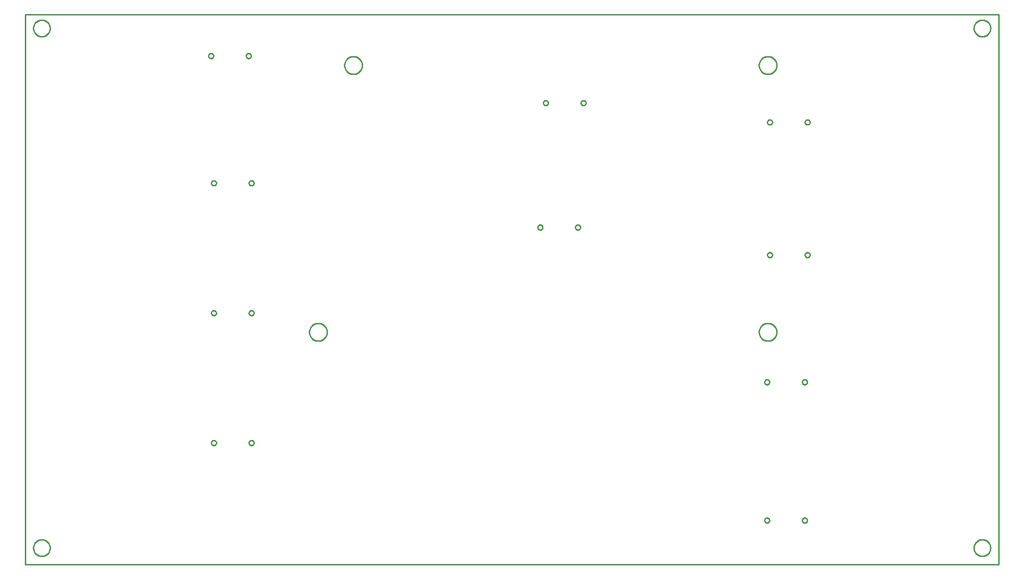
<source format=gbr>
G04 EAGLE Gerber RS-274X export*
G75*
%MOMM*%
%FSLAX34Y34*%
%LPD*%
%IN*%
%IPPOS*%
%AMOC8*
5,1,8,0,0,1.08239X$1,22.5*%
G01*
%ADD10C,0.254000*%


D10*
X0Y0D02*
X1760000Y0D01*
X1760000Y995000D01*
X0Y995000D01*
X0Y0D01*
X45000Y969464D02*
X44924Y968396D01*
X44771Y967335D01*
X44543Y966288D01*
X44241Y965260D01*
X43867Y964256D01*
X43422Y963281D01*
X42908Y962341D01*
X42329Y961440D01*
X41687Y960582D01*
X40985Y959772D01*
X40228Y959015D01*
X39418Y958313D01*
X38560Y957671D01*
X37659Y957092D01*
X36719Y956578D01*
X35744Y956133D01*
X34740Y955759D01*
X33712Y955457D01*
X32665Y955229D01*
X31604Y955076D01*
X30536Y955000D01*
X29464Y955000D01*
X28396Y955076D01*
X27335Y955229D01*
X26288Y955457D01*
X25260Y955759D01*
X24256Y956133D01*
X23281Y956578D01*
X22341Y957092D01*
X21440Y957671D01*
X20582Y958313D01*
X19772Y959015D01*
X19015Y959772D01*
X18313Y960582D01*
X17671Y961440D01*
X17092Y962341D01*
X16578Y963281D01*
X16133Y964256D01*
X15759Y965260D01*
X15457Y966288D01*
X15229Y967335D01*
X15076Y968396D01*
X15000Y969464D01*
X15000Y970536D01*
X15076Y971604D01*
X15229Y972665D01*
X15457Y973712D01*
X15759Y974740D01*
X16133Y975744D01*
X16578Y976719D01*
X17092Y977659D01*
X17671Y978560D01*
X18313Y979418D01*
X19015Y980228D01*
X19772Y980985D01*
X20582Y981687D01*
X21440Y982329D01*
X22341Y982908D01*
X23281Y983422D01*
X24256Y983867D01*
X25260Y984241D01*
X26288Y984543D01*
X27335Y984771D01*
X28396Y984924D01*
X29464Y985000D01*
X30536Y985000D01*
X31604Y984924D01*
X32665Y984771D01*
X33712Y984543D01*
X34740Y984241D01*
X35744Y983867D01*
X36719Y983422D01*
X37659Y982908D01*
X38560Y982329D01*
X39418Y981687D01*
X40228Y980985D01*
X40985Y980228D01*
X41687Y979418D01*
X42329Y978560D01*
X42908Y977659D01*
X43422Y976719D01*
X43867Y975744D01*
X44241Y974740D01*
X44543Y973712D01*
X44771Y972665D01*
X44924Y971604D01*
X45000Y970536D01*
X45000Y969464D01*
X45000Y29464D02*
X44924Y28396D01*
X44771Y27335D01*
X44543Y26288D01*
X44241Y25260D01*
X43867Y24256D01*
X43422Y23281D01*
X42908Y22341D01*
X42329Y21440D01*
X41687Y20582D01*
X40985Y19772D01*
X40228Y19015D01*
X39418Y18313D01*
X38560Y17671D01*
X37659Y17092D01*
X36719Y16578D01*
X35744Y16133D01*
X34740Y15759D01*
X33712Y15457D01*
X32665Y15229D01*
X31604Y15076D01*
X30536Y15000D01*
X29464Y15000D01*
X28396Y15076D01*
X27335Y15229D01*
X26288Y15457D01*
X25260Y15759D01*
X24256Y16133D01*
X23281Y16578D01*
X22341Y17092D01*
X21440Y17671D01*
X20582Y18313D01*
X19772Y19015D01*
X19015Y19772D01*
X18313Y20582D01*
X17671Y21440D01*
X17092Y22341D01*
X16578Y23281D01*
X16133Y24256D01*
X15759Y25260D01*
X15457Y26288D01*
X15229Y27335D01*
X15076Y28396D01*
X15000Y29464D01*
X15000Y30536D01*
X15076Y31604D01*
X15229Y32665D01*
X15457Y33712D01*
X15759Y34740D01*
X16133Y35744D01*
X16578Y36719D01*
X17092Y37659D01*
X17671Y38560D01*
X18313Y39418D01*
X19015Y40228D01*
X19772Y40985D01*
X20582Y41687D01*
X21440Y42329D01*
X22341Y42908D01*
X23281Y43422D01*
X24256Y43867D01*
X25260Y44241D01*
X26288Y44543D01*
X27335Y44771D01*
X28396Y44924D01*
X29464Y45000D01*
X30536Y45000D01*
X31604Y44924D01*
X32665Y44771D01*
X33712Y44543D01*
X34740Y44241D01*
X35744Y43867D01*
X36719Y43422D01*
X37659Y42908D01*
X38560Y42329D01*
X39418Y41687D01*
X40228Y40985D01*
X40985Y40228D01*
X41687Y39418D01*
X42329Y38560D01*
X42908Y37659D01*
X43422Y36719D01*
X43867Y35744D01*
X44241Y34740D01*
X44543Y33712D01*
X44771Y32665D01*
X44924Y31604D01*
X45000Y30536D01*
X45000Y29464D01*
X1745000Y29464D02*
X1744924Y28396D01*
X1744771Y27335D01*
X1744543Y26288D01*
X1744241Y25260D01*
X1743867Y24256D01*
X1743422Y23281D01*
X1742908Y22341D01*
X1742329Y21440D01*
X1741687Y20582D01*
X1740985Y19772D01*
X1740228Y19015D01*
X1739418Y18313D01*
X1738560Y17671D01*
X1737659Y17092D01*
X1736719Y16578D01*
X1735744Y16133D01*
X1734740Y15759D01*
X1733712Y15457D01*
X1732665Y15229D01*
X1731604Y15076D01*
X1730536Y15000D01*
X1729464Y15000D01*
X1728396Y15076D01*
X1727335Y15229D01*
X1726288Y15457D01*
X1725260Y15759D01*
X1724256Y16133D01*
X1723281Y16578D01*
X1722341Y17092D01*
X1721440Y17671D01*
X1720582Y18313D01*
X1719772Y19015D01*
X1719015Y19772D01*
X1718313Y20582D01*
X1717671Y21440D01*
X1717092Y22341D01*
X1716578Y23281D01*
X1716133Y24256D01*
X1715759Y25260D01*
X1715457Y26288D01*
X1715229Y27335D01*
X1715076Y28396D01*
X1715000Y29464D01*
X1715000Y30536D01*
X1715076Y31604D01*
X1715229Y32665D01*
X1715457Y33712D01*
X1715759Y34740D01*
X1716133Y35744D01*
X1716578Y36719D01*
X1717092Y37659D01*
X1717671Y38560D01*
X1718313Y39418D01*
X1719015Y40228D01*
X1719772Y40985D01*
X1720582Y41687D01*
X1721440Y42329D01*
X1722341Y42908D01*
X1723281Y43422D01*
X1724256Y43867D01*
X1725260Y44241D01*
X1726288Y44543D01*
X1727335Y44771D01*
X1728396Y44924D01*
X1729464Y45000D01*
X1730536Y45000D01*
X1731604Y44924D01*
X1732665Y44771D01*
X1733712Y44543D01*
X1734740Y44241D01*
X1735744Y43867D01*
X1736719Y43422D01*
X1737659Y42908D01*
X1738560Y42329D01*
X1739418Y41687D01*
X1740228Y40985D01*
X1740985Y40228D01*
X1741687Y39418D01*
X1742329Y38560D01*
X1742908Y37659D01*
X1743422Y36719D01*
X1743867Y35744D01*
X1744241Y34740D01*
X1744543Y33712D01*
X1744771Y32665D01*
X1744924Y31604D01*
X1745000Y30536D01*
X1745000Y29464D01*
X1745000Y969464D02*
X1744924Y968396D01*
X1744771Y967335D01*
X1744543Y966288D01*
X1744241Y965260D01*
X1743867Y964256D01*
X1743422Y963281D01*
X1742908Y962341D01*
X1742329Y961440D01*
X1741687Y960582D01*
X1740985Y959772D01*
X1740228Y959015D01*
X1739418Y958313D01*
X1738560Y957671D01*
X1737659Y957092D01*
X1736719Y956578D01*
X1735744Y956133D01*
X1734740Y955759D01*
X1733712Y955457D01*
X1732665Y955229D01*
X1731604Y955076D01*
X1730536Y955000D01*
X1729464Y955000D01*
X1728396Y955076D01*
X1727335Y955229D01*
X1726288Y955457D01*
X1725260Y955759D01*
X1724256Y956133D01*
X1723281Y956578D01*
X1722341Y957092D01*
X1721440Y957671D01*
X1720582Y958313D01*
X1719772Y959015D01*
X1719015Y959772D01*
X1718313Y960582D01*
X1717671Y961440D01*
X1717092Y962341D01*
X1716578Y963281D01*
X1716133Y964256D01*
X1715759Y965260D01*
X1715457Y966288D01*
X1715229Y967335D01*
X1715076Y968396D01*
X1715000Y969464D01*
X1715000Y970536D01*
X1715076Y971604D01*
X1715229Y972665D01*
X1715457Y973712D01*
X1715759Y974740D01*
X1716133Y975744D01*
X1716578Y976719D01*
X1717092Y977659D01*
X1717671Y978560D01*
X1718313Y979418D01*
X1719015Y980228D01*
X1719772Y980985D01*
X1720582Y981687D01*
X1721440Y982329D01*
X1722341Y982908D01*
X1723281Y983422D01*
X1724256Y983867D01*
X1725260Y984241D01*
X1726288Y984543D01*
X1727335Y984771D01*
X1728396Y984924D01*
X1729464Y985000D01*
X1730536Y985000D01*
X1731604Y984924D01*
X1732665Y984771D01*
X1733712Y984543D01*
X1734740Y984241D01*
X1735744Y983867D01*
X1736719Y983422D01*
X1737659Y982908D01*
X1738560Y982329D01*
X1739418Y981687D01*
X1740228Y980985D01*
X1740985Y980228D01*
X1741687Y979418D01*
X1742329Y978560D01*
X1742908Y977659D01*
X1743422Y976719D01*
X1743867Y975744D01*
X1744241Y974740D01*
X1744543Y973712D01*
X1744771Y972665D01*
X1744924Y971604D01*
X1745000Y970536D01*
X1745000Y969464D01*
X399500Y920295D02*
X399577Y920880D01*
X399730Y921450D01*
X399955Y921995D01*
X400250Y922505D01*
X400609Y922973D01*
X401027Y923391D01*
X401495Y923750D01*
X402005Y924045D01*
X402550Y924270D01*
X403120Y924423D01*
X403705Y924500D01*
X404295Y924500D01*
X404880Y924423D01*
X405450Y924270D01*
X405995Y924045D01*
X406505Y923750D01*
X406973Y923391D01*
X407391Y922973D01*
X407750Y922505D01*
X408045Y921995D01*
X408270Y921450D01*
X408423Y920880D01*
X408500Y920295D01*
X408500Y919705D01*
X408423Y919120D01*
X408270Y918550D01*
X408045Y918005D01*
X407750Y917495D01*
X407391Y917027D01*
X406973Y916609D01*
X406505Y916250D01*
X405995Y915955D01*
X405450Y915730D01*
X404880Y915577D01*
X404295Y915500D01*
X403705Y915500D01*
X403120Y915577D01*
X402550Y915730D01*
X402005Y915955D01*
X401495Y916250D01*
X401027Y916609D01*
X400609Y917027D01*
X400250Y917495D01*
X399955Y918005D01*
X399730Y918550D01*
X399577Y919120D01*
X399500Y919705D01*
X399500Y920295D01*
X331500Y920295D02*
X331577Y920880D01*
X331730Y921450D01*
X331955Y921995D01*
X332250Y922505D01*
X332609Y922973D01*
X333027Y923391D01*
X333495Y923750D01*
X334005Y924045D01*
X334550Y924270D01*
X335120Y924423D01*
X335705Y924500D01*
X336295Y924500D01*
X336880Y924423D01*
X337450Y924270D01*
X337995Y924045D01*
X338505Y923750D01*
X338973Y923391D01*
X339391Y922973D01*
X339750Y922505D01*
X340045Y921995D01*
X340270Y921450D01*
X340423Y920880D01*
X340500Y920295D01*
X340500Y919705D01*
X340423Y919120D01*
X340270Y918550D01*
X340045Y918005D01*
X339750Y917495D01*
X339391Y917027D01*
X338973Y916609D01*
X338505Y916250D01*
X337995Y915955D01*
X337450Y915730D01*
X336880Y915577D01*
X336295Y915500D01*
X335705Y915500D01*
X335120Y915577D01*
X334550Y915730D01*
X334005Y915955D01*
X333495Y916250D01*
X333027Y916609D01*
X332609Y917027D01*
X332250Y917495D01*
X331955Y918005D01*
X331730Y918550D01*
X331577Y919120D01*
X331500Y919705D01*
X331500Y920295D01*
X404500Y690295D02*
X404577Y690880D01*
X404730Y691450D01*
X404955Y691995D01*
X405250Y692505D01*
X405609Y692973D01*
X406027Y693391D01*
X406495Y693750D01*
X407005Y694045D01*
X407550Y694270D01*
X408120Y694423D01*
X408705Y694500D01*
X409295Y694500D01*
X409880Y694423D01*
X410450Y694270D01*
X410995Y694045D01*
X411505Y693750D01*
X411973Y693391D01*
X412391Y692973D01*
X412750Y692505D01*
X413045Y691995D01*
X413270Y691450D01*
X413423Y690880D01*
X413500Y690295D01*
X413500Y689705D01*
X413423Y689120D01*
X413270Y688550D01*
X413045Y688005D01*
X412750Y687495D01*
X412391Y687027D01*
X411973Y686609D01*
X411505Y686250D01*
X410995Y685955D01*
X410450Y685730D01*
X409880Y685577D01*
X409295Y685500D01*
X408705Y685500D01*
X408120Y685577D01*
X407550Y685730D01*
X407005Y685955D01*
X406495Y686250D01*
X406027Y686609D01*
X405609Y687027D01*
X405250Y687495D01*
X404955Y688005D01*
X404730Y688550D01*
X404577Y689120D01*
X404500Y689705D01*
X404500Y690295D01*
X336500Y690295D02*
X336577Y690880D01*
X336730Y691450D01*
X336955Y691995D01*
X337250Y692505D01*
X337609Y692973D01*
X338027Y693391D01*
X338495Y693750D01*
X339005Y694045D01*
X339550Y694270D01*
X340120Y694423D01*
X340705Y694500D01*
X341295Y694500D01*
X341880Y694423D01*
X342450Y694270D01*
X342995Y694045D01*
X343505Y693750D01*
X343973Y693391D01*
X344391Y692973D01*
X344750Y692505D01*
X345045Y691995D01*
X345270Y691450D01*
X345423Y690880D01*
X345500Y690295D01*
X345500Y689705D01*
X345423Y689120D01*
X345270Y688550D01*
X345045Y688005D01*
X344750Y687495D01*
X344391Y687027D01*
X343973Y686609D01*
X343505Y686250D01*
X342995Y685955D01*
X342450Y685730D01*
X341880Y685577D01*
X341295Y685500D01*
X340705Y685500D01*
X340120Y685577D01*
X339550Y685730D01*
X339005Y685955D01*
X338495Y686250D01*
X338027Y686609D01*
X337609Y687027D01*
X337250Y687495D01*
X336955Y688005D01*
X336730Y688550D01*
X336577Y689120D01*
X336500Y689705D01*
X336500Y690295D01*
X404500Y455295D02*
X404577Y455880D01*
X404730Y456450D01*
X404955Y456995D01*
X405250Y457505D01*
X405609Y457973D01*
X406027Y458391D01*
X406495Y458750D01*
X407005Y459045D01*
X407550Y459270D01*
X408120Y459423D01*
X408705Y459500D01*
X409295Y459500D01*
X409880Y459423D01*
X410450Y459270D01*
X410995Y459045D01*
X411505Y458750D01*
X411973Y458391D01*
X412391Y457973D01*
X412750Y457505D01*
X413045Y456995D01*
X413270Y456450D01*
X413423Y455880D01*
X413500Y455295D01*
X413500Y454705D01*
X413423Y454120D01*
X413270Y453550D01*
X413045Y453005D01*
X412750Y452495D01*
X412391Y452027D01*
X411973Y451609D01*
X411505Y451250D01*
X410995Y450955D01*
X410450Y450730D01*
X409880Y450577D01*
X409295Y450500D01*
X408705Y450500D01*
X408120Y450577D01*
X407550Y450730D01*
X407005Y450955D01*
X406495Y451250D01*
X406027Y451609D01*
X405609Y452027D01*
X405250Y452495D01*
X404955Y453005D01*
X404730Y453550D01*
X404577Y454120D01*
X404500Y454705D01*
X404500Y455295D01*
X336500Y455295D02*
X336577Y455880D01*
X336730Y456450D01*
X336955Y456995D01*
X337250Y457505D01*
X337609Y457973D01*
X338027Y458391D01*
X338495Y458750D01*
X339005Y459045D01*
X339550Y459270D01*
X340120Y459423D01*
X340705Y459500D01*
X341295Y459500D01*
X341880Y459423D01*
X342450Y459270D01*
X342995Y459045D01*
X343505Y458750D01*
X343973Y458391D01*
X344391Y457973D01*
X344750Y457505D01*
X345045Y456995D01*
X345270Y456450D01*
X345423Y455880D01*
X345500Y455295D01*
X345500Y454705D01*
X345423Y454120D01*
X345270Y453550D01*
X345045Y453005D01*
X344750Y452495D01*
X344391Y452027D01*
X343973Y451609D01*
X343505Y451250D01*
X342995Y450955D01*
X342450Y450730D01*
X341880Y450577D01*
X341295Y450500D01*
X340705Y450500D01*
X340120Y450577D01*
X339550Y450730D01*
X339005Y450955D01*
X338495Y451250D01*
X338027Y451609D01*
X337609Y452027D01*
X337250Y452495D01*
X336955Y453005D01*
X336730Y453550D01*
X336577Y454120D01*
X336500Y454705D01*
X336500Y455295D01*
X404500Y220295D02*
X404577Y220880D01*
X404730Y221450D01*
X404955Y221995D01*
X405250Y222505D01*
X405609Y222973D01*
X406027Y223391D01*
X406495Y223750D01*
X407005Y224045D01*
X407550Y224270D01*
X408120Y224423D01*
X408705Y224500D01*
X409295Y224500D01*
X409880Y224423D01*
X410450Y224270D01*
X410995Y224045D01*
X411505Y223750D01*
X411973Y223391D01*
X412391Y222973D01*
X412750Y222505D01*
X413045Y221995D01*
X413270Y221450D01*
X413423Y220880D01*
X413500Y220295D01*
X413500Y219705D01*
X413423Y219120D01*
X413270Y218550D01*
X413045Y218005D01*
X412750Y217495D01*
X412391Y217027D01*
X411973Y216609D01*
X411505Y216250D01*
X410995Y215955D01*
X410450Y215730D01*
X409880Y215577D01*
X409295Y215500D01*
X408705Y215500D01*
X408120Y215577D01*
X407550Y215730D01*
X407005Y215955D01*
X406495Y216250D01*
X406027Y216609D01*
X405609Y217027D01*
X405250Y217495D01*
X404955Y218005D01*
X404730Y218550D01*
X404577Y219120D01*
X404500Y219705D01*
X404500Y220295D01*
X336500Y220295D02*
X336577Y220880D01*
X336730Y221450D01*
X336955Y221995D01*
X337250Y222505D01*
X337609Y222973D01*
X338027Y223391D01*
X338495Y223750D01*
X339005Y224045D01*
X339550Y224270D01*
X340120Y224423D01*
X340705Y224500D01*
X341295Y224500D01*
X341880Y224423D01*
X342450Y224270D01*
X342995Y224045D01*
X343505Y223750D01*
X343973Y223391D01*
X344391Y222973D01*
X344750Y222505D01*
X345045Y221995D01*
X345270Y221450D01*
X345423Y220880D01*
X345500Y220295D01*
X345500Y219705D01*
X345423Y219120D01*
X345270Y218550D01*
X345045Y218005D01*
X344750Y217495D01*
X344391Y217027D01*
X343973Y216609D01*
X343505Y216250D01*
X342995Y215955D01*
X342450Y215730D01*
X341880Y215577D01*
X341295Y215500D01*
X340705Y215500D01*
X340120Y215577D01*
X339550Y215730D01*
X339005Y215955D01*
X338495Y216250D01*
X338027Y216609D01*
X337609Y217027D01*
X337250Y217495D01*
X336955Y218005D01*
X336730Y218550D01*
X336577Y219120D01*
X336500Y219705D01*
X336500Y220295D01*
X994500Y610295D02*
X994577Y610880D01*
X994730Y611450D01*
X994955Y611995D01*
X995250Y612505D01*
X995609Y612973D01*
X996027Y613391D01*
X996495Y613750D01*
X997005Y614045D01*
X997550Y614270D01*
X998120Y614423D01*
X998705Y614500D01*
X999295Y614500D01*
X999880Y614423D01*
X1000450Y614270D01*
X1000995Y614045D01*
X1001505Y613750D01*
X1001973Y613391D01*
X1002391Y612973D01*
X1002750Y612505D01*
X1003045Y611995D01*
X1003270Y611450D01*
X1003423Y610880D01*
X1003500Y610295D01*
X1003500Y609705D01*
X1003423Y609120D01*
X1003270Y608550D01*
X1003045Y608005D01*
X1002750Y607495D01*
X1002391Y607027D01*
X1001973Y606609D01*
X1001505Y606250D01*
X1000995Y605955D01*
X1000450Y605730D01*
X999880Y605577D01*
X999295Y605500D01*
X998705Y605500D01*
X998120Y605577D01*
X997550Y605730D01*
X997005Y605955D01*
X996495Y606250D01*
X996027Y606609D01*
X995609Y607027D01*
X995250Y607495D01*
X994955Y608005D01*
X994730Y608550D01*
X994577Y609120D01*
X994500Y609705D01*
X994500Y610295D01*
X926500Y610295D02*
X926577Y610880D01*
X926730Y611450D01*
X926955Y611995D01*
X927250Y612505D01*
X927609Y612973D01*
X928027Y613391D01*
X928495Y613750D01*
X929005Y614045D01*
X929550Y614270D01*
X930120Y614423D01*
X930705Y614500D01*
X931295Y614500D01*
X931880Y614423D01*
X932450Y614270D01*
X932995Y614045D01*
X933505Y613750D01*
X933973Y613391D01*
X934391Y612973D01*
X934750Y612505D01*
X935045Y611995D01*
X935270Y611450D01*
X935423Y610880D01*
X935500Y610295D01*
X935500Y609705D01*
X935423Y609120D01*
X935270Y608550D01*
X935045Y608005D01*
X934750Y607495D01*
X934391Y607027D01*
X933973Y606609D01*
X933505Y606250D01*
X932995Y605955D01*
X932450Y605730D01*
X931880Y605577D01*
X931295Y605500D01*
X930705Y605500D01*
X930120Y605577D01*
X929550Y605730D01*
X929005Y605955D01*
X928495Y606250D01*
X928027Y606609D01*
X927609Y607027D01*
X927250Y607495D01*
X926955Y608005D01*
X926730Y608550D01*
X926577Y609120D01*
X926500Y609705D01*
X926500Y610295D01*
X1004500Y835295D02*
X1004577Y835880D01*
X1004730Y836450D01*
X1004955Y836995D01*
X1005250Y837505D01*
X1005609Y837973D01*
X1006027Y838391D01*
X1006495Y838750D01*
X1007005Y839045D01*
X1007550Y839270D01*
X1008120Y839423D01*
X1008705Y839500D01*
X1009295Y839500D01*
X1009880Y839423D01*
X1010450Y839270D01*
X1010995Y839045D01*
X1011505Y838750D01*
X1011973Y838391D01*
X1012391Y837973D01*
X1012750Y837505D01*
X1013045Y836995D01*
X1013270Y836450D01*
X1013423Y835880D01*
X1013500Y835295D01*
X1013500Y834705D01*
X1013423Y834120D01*
X1013270Y833550D01*
X1013045Y833005D01*
X1012750Y832495D01*
X1012391Y832027D01*
X1011973Y831609D01*
X1011505Y831250D01*
X1010995Y830955D01*
X1010450Y830730D01*
X1009880Y830577D01*
X1009295Y830500D01*
X1008705Y830500D01*
X1008120Y830577D01*
X1007550Y830730D01*
X1007005Y830955D01*
X1006495Y831250D01*
X1006027Y831609D01*
X1005609Y832027D01*
X1005250Y832495D01*
X1004955Y833005D01*
X1004730Y833550D01*
X1004577Y834120D01*
X1004500Y834705D01*
X1004500Y835295D01*
X936500Y835295D02*
X936577Y835880D01*
X936730Y836450D01*
X936955Y836995D01*
X937250Y837505D01*
X937609Y837973D01*
X938027Y838391D01*
X938495Y838750D01*
X939005Y839045D01*
X939550Y839270D01*
X940120Y839423D01*
X940705Y839500D01*
X941295Y839500D01*
X941880Y839423D01*
X942450Y839270D01*
X942995Y839045D01*
X943505Y838750D01*
X943973Y838391D01*
X944391Y837973D01*
X944750Y837505D01*
X945045Y836995D01*
X945270Y836450D01*
X945423Y835880D01*
X945500Y835295D01*
X945500Y834705D01*
X945423Y834120D01*
X945270Y833550D01*
X945045Y833005D01*
X944750Y832495D01*
X944391Y832027D01*
X943973Y831609D01*
X943505Y831250D01*
X942995Y830955D01*
X942450Y830730D01*
X941880Y830577D01*
X941295Y830500D01*
X940705Y830500D01*
X940120Y830577D01*
X939550Y830730D01*
X939005Y830955D01*
X938495Y831250D01*
X938027Y831609D01*
X937609Y832027D01*
X937250Y832495D01*
X936955Y833005D01*
X936730Y833550D01*
X936577Y834120D01*
X936500Y834705D01*
X936500Y835295D01*
X1350500Y799705D02*
X1350423Y799120D01*
X1350270Y798550D01*
X1350045Y798005D01*
X1349750Y797495D01*
X1349391Y797027D01*
X1348973Y796609D01*
X1348505Y796250D01*
X1347995Y795955D01*
X1347450Y795730D01*
X1346880Y795577D01*
X1346295Y795500D01*
X1345705Y795500D01*
X1345120Y795577D01*
X1344550Y795730D01*
X1344005Y795955D01*
X1343495Y796250D01*
X1343027Y796609D01*
X1342609Y797027D01*
X1342250Y797495D01*
X1341955Y798005D01*
X1341730Y798550D01*
X1341577Y799120D01*
X1341500Y799705D01*
X1341500Y800295D01*
X1341577Y800880D01*
X1341730Y801450D01*
X1341955Y801995D01*
X1342250Y802505D01*
X1342609Y802973D01*
X1343027Y803391D01*
X1343495Y803750D01*
X1344005Y804045D01*
X1344550Y804270D01*
X1345120Y804423D01*
X1345705Y804500D01*
X1346295Y804500D01*
X1346880Y804423D01*
X1347450Y804270D01*
X1347995Y804045D01*
X1348505Y803750D01*
X1348973Y803391D01*
X1349391Y802973D01*
X1349750Y802505D01*
X1350045Y801995D01*
X1350270Y801450D01*
X1350423Y800880D01*
X1350500Y800295D01*
X1350500Y799705D01*
X1418500Y799705D02*
X1418423Y799120D01*
X1418270Y798550D01*
X1418045Y798005D01*
X1417750Y797495D01*
X1417391Y797027D01*
X1416973Y796609D01*
X1416505Y796250D01*
X1415995Y795955D01*
X1415450Y795730D01*
X1414880Y795577D01*
X1414295Y795500D01*
X1413705Y795500D01*
X1413120Y795577D01*
X1412550Y795730D01*
X1412005Y795955D01*
X1411495Y796250D01*
X1411027Y796609D01*
X1410609Y797027D01*
X1410250Y797495D01*
X1409955Y798005D01*
X1409730Y798550D01*
X1409577Y799120D01*
X1409500Y799705D01*
X1409500Y800295D01*
X1409577Y800880D01*
X1409730Y801450D01*
X1409955Y801995D01*
X1410250Y802505D01*
X1410609Y802973D01*
X1411027Y803391D01*
X1411495Y803750D01*
X1412005Y804045D01*
X1412550Y804270D01*
X1413120Y804423D01*
X1413705Y804500D01*
X1414295Y804500D01*
X1414880Y804423D01*
X1415450Y804270D01*
X1415995Y804045D01*
X1416505Y803750D01*
X1416973Y803391D01*
X1417391Y802973D01*
X1417750Y802505D01*
X1418045Y801995D01*
X1418270Y801450D01*
X1418423Y800880D01*
X1418500Y800295D01*
X1418500Y799705D01*
X1350500Y559705D02*
X1350423Y559120D01*
X1350270Y558550D01*
X1350045Y558005D01*
X1349750Y557495D01*
X1349391Y557027D01*
X1348973Y556609D01*
X1348505Y556250D01*
X1347995Y555955D01*
X1347450Y555730D01*
X1346880Y555577D01*
X1346295Y555500D01*
X1345705Y555500D01*
X1345120Y555577D01*
X1344550Y555730D01*
X1344005Y555955D01*
X1343495Y556250D01*
X1343027Y556609D01*
X1342609Y557027D01*
X1342250Y557495D01*
X1341955Y558005D01*
X1341730Y558550D01*
X1341577Y559120D01*
X1341500Y559705D01*
X1341500Y560295D01*
X1341577Y560880D01*
X1341730Y561450D01*
X1341955Y561995D01*
X1342250Y562505D01*
X1342609Y562973D01*
X1343027Y563391D01*
X1343495Y563750D01*
X1344005Y564045D01*
X1344550Y564270D01*
X1345120Y564423D01*
X1345705Y564500D01*
X1346295Y564500D01*
X1346880Y564423D01*
X1347450Y564270D01*
X1347995Y564045D01*
X1348505Y563750D01*
X1348973Y563391D01*
X1349391Y562973D01*
X1349750Y562505D01*
X1350045Y561995D01*
X1350270Y561450D01*
X1350423Y560880D01*
X1350500Y560295D01*
X1350500Y559705D01*
X1418500Y559705D02*
X1418423Y559120D01*
X1418270Y558550D01*
X1418045Y558005D01*
X1417750Y557495D01*
X1417391Y557027D01*
X1416973Y556609D01*
X1416505Y556250D01*
X1415995Y555955D01*
X1415450Y555730D01*
X1414880Y555577D01*
X1414295Y555500D01*
X1413705Y555500D01*
X1413120Y555577D01*
X1412550Y555730D01*
X1412005Y555955D01*
X1411495Y556250D01*
X1411027Y556609D01*
X1410609Y557027D01*
X1410250Y557495D01*
X1409955Y558005D01*
X1409730Y558550D01*
X1409577Y559120D01*
X1409500Y559705D01*
X1409500Y560295D01*
X1409577Y560880D01*
X1409730Y561450D01*
X1409955Y561995D01*
X1410250Y562505D01*
X1410609Y562973D01*
X1411027Y563391D01*
X1411495Y563750D01*
X1412005Y564045D01*
X1412550Y564270D01*
X1413120Y564423D01*
X1413705Y564500D01*
X1414295Y564500D01*
X1414880Y564423D01*
X1415450Y564270D01*
X1415995Y564045D01*
X1416505Y563750D01*
X1416973Y563391D01*
X1417391Y562973D01*
X1417750Y562505D01*
X1418045Y561995D01*
X1418270Y561450D01*
X1418423Y560880D01*
X1418500Y560295D01*
X1418500Y559705D01*
X1345500Y329705D02*
X1345423Y329120D01*
X1345270Y328550D01*
X1345045Y328005D01*
X1344750Y327495D01*
X1344391Y327027D01*
X1343973Y326609D01*
X1343505Y326250D01*
X1342995Y325955D01*
X1342450Y325730D01*
X1341880Y325577D01*
X1341295Y325500D01*
X1340705Y325500D01*
X1340120Y325577D01*
X1339550Y325730D01*
X1339005Y325955D01*
X1338495Y326250D01*
X1338027Y326609D01*
X1337609Y327027D01*
X1337250Y327495D01*
X1336955Y328005D01*
X1336730Y328550D01*
X1336577Y329120D01*
X1336500Y329705D01*
X1336500Y330295D01*
X1336577Y330880D01*
X1336730Y331450D01*
X1336955Y331995D01*
X1337250Y332505D01*
X1337609Y332973D01*
X1338027Y333391D01*
X1338495Y333750D01*
X1339005Y334045D01*
X1339550Y334270D01*
X1340120Y334423D01*
X1340705Y334500D01*
X1341295Y334500D01*
X1341880Y334423D01*
X1342450Y334270D01*
X1342995Y334045D01*
X1343505Y333750D01*
X1343973Y333391D01*
X1344391Y332973D01*
X1344750Y332505D01*
X1345045Y331995D01*
X1345270Y331450D01*
X1345423Y330880D01*
X1345500Y330295D01*
X1345500Y329705D01*
X1413500Y329705D02*
X1413423Y329120D01*
X1413270Y328550D01*
X1413045Y328005D01*
X1412750Y327495D01*
X1412391Y327027D01*
X1411973Y326609D01*
X1411505Y326250D01*
X1410995Y325955D01*
X1410450Y325730D01*
X1409880Y325577D01*
X1409295Y325500D01*
X1408705Y325500D01*
X1408120Y325577D01*
X1407550Y325730D01*
X1407005Y325955D01*
X1406495Y326250D01*
X1406027Y326609D01*
X1405609Y327027D01*
X1405250Y327495D01*
X1404955Y328005D01*
X1404730Y328550D01*
X1404577Y329120D01*
X1404500Y329705D01*
X1404500Y330295D01*
X1404577Y330880D01*
X1404730Y331450D01*
X1404955Y331995D01*
X1405250Y332505D01*
X1405609Y332973D01*
X1406027Y333391D01*
X1406495Y333750D01*
X1407005Y334045D01*
X1407550Y334270D01*
X1408120Y334423D01*
X1408705Y334500D01*
X1409295Y334500D01*
X1409880Y334423D01*
X1410450Y334270D01*
X1410995Y334045D01*
X1411505Y333750D01*
X1411973Y333391D01*
X1412391Y332973D01*
X1412750Y332505D01*
X1413045Y331995D01*
X1413270Y331450D01*
X1413423Y330880D01*
X1413500Y330295D01*
X1413500Y329705D01*
X1345500Y79705D02*
X1345423Y79120D01*
X1345270Y78550D01*
X1345045Y78005D01*
X1344750Y77495D01*
X1344391Y77027D01*
X1343973Y76609D01*
X1343505Y76250D01*
X1342995Y75955D01*
X1342450Y75730D01*
X1341880Y75577D01*
X1341295Y75500D01*
X1340705Y75500D01*
X1340120Y75577D01*
X1339550Y75730D01*
X1339005Y75955D01*
X1338495Y76250D01*
X1338027Y76609D01*
X1337609Y77027D01*
X1337250Y77495D01*
X1336955Y78005D01*
X1336730Y78550D01*
X1336577Y79120D01*
X1336500Y79705D01*
X1336500Y80295D01*
X1336577Y80880D01*
X1336730Y81450D01*
X1336955Y81995D01*
X1337250Y82505D01*
X1337609Y82973D01*
X1338027Y83391D01*
X1338495Y83750D01*
X1339005Y84045D01*
X1339550Y84270D01*
X1340120Y84423D01*
X1340705Y84500D01*
X1341295Y84500D01*
X1341880Y84423D01*
X1342450Y84270D01*
X1342995Y84045D01*
X1343505Y83750D01*
X1343973Y83391D01*
X1344391Y82973D01*
X1344750Y82505D01*
X1345045Y81995D01*
X1345270Y81450D01*
X1345423Y80880D01*
X1345500Y80295D01*
X1345500Y79705D01*
X1413500Y79705D02*
X1413423Y79120D01*
X1413270Y78550D01*
X1413045Y78005D01*
X1412750Y77495D01*
X1412391Y77027D01*
X1411973Y76609D01*
X1411505Y76250D01*
X1410995Y75955D01*
X1410450Y75730D01*
X1409880Y75577D01*
X1409295Y75500D01*
X1408705Y75500D01*
X1408120Y75577D01*
X1407550Y75730D01*
X1407005Y75955D01*
X1406495Y76250D01*
X1406027Y76609D01*
X1405609Y77027D01*
X1405250Y77495D01*
X1404955Y78005D01*
X1404730Y78550D01*
X1404577Y79120D01*
X1404500Y79705D01*
X1404500Y80295D01*
X1404577Y80880D01*
X1404730Y81450D01*
X1404955Y81995D01*
X1405250Y82505D01*
X1405609Y82973D01*
X1406027Y83391D01*
X1406495Y83750D01*
X1407005Y84045D01*
X1407550Y84270D01*
X1408120Y84423D01*
X1408705Y84500D01*
X1409295Y84500D01*
X1409880Y84423D01*
X1410450Y84270D01*
X1410995Y84045D01*
X1411505Y83750D01*
X1411973Y83391D01*
X1412391Y82973D01*
X1412750Y82505D01*
X1413045Y81995D01*
X1413270Y81450D01*
X1413423Y80880D01*
X1413500Y80295D01*
X1413500Y79705D01*
X1326600Y902476D02*
X1326669Y901431D01*
X1326805Y900392D01*
X1327010Y899365D01*
X1327281Y898353D01*
X1327617Y897361D01*
X1328018Y896393D01*
X1328482Y895454D01*
X1329006Y894546D01*
X1329588Y893675D01*
X1330225Y892844D01*
X1330916Y892057D01*
X1331657Y891316D01*
X1332444Y890625D01*
X1333275Y889988D01*
X1334146Y889406D01*
X1335054Y888882D01*
X1335993Y888418D01*
X1336961Y888017D01*
X1337953Y887681D01*
X1338965Y887410D01*
X1339992Y887205D01*
X1341031Y887069D01*
X1342076Y887000D01*
X1343124Y887000D01*
X1344169Y887069D01*
X1345208Y887205D01*
X1346235Y887410D01*
X1347247Y887681D01*
X1348239Y888017D01*
X1349207Y888418D01*
X1350146Y888882D01*
X1351054Y889406D01*
X1351925Y889988D01*
X1352756Y890625D01*
X1353543Y891316D01*
X1354284Y892057D01*
X1354975Y892844D01*
X1355613Y893675D01*
X1356195Y894546D01*
X1356718Y895454D01*
X1357182Y896393D01*
X1357583Y897361D01*
X1357919Y898353D01*
X1358190Y899365D01*
X1358395Y900392D01*
X1358532Y901431D01*
X1358600Y902476D01*
X1358600Y903524D01*
X1358532Y904569D01*
X1358395Y905608D01*
X1358190Y906635D01*
X1357919Y907647D01*
X1357583Y908639D01*
X1357182Y909607D01*
X1356718Y910546D01*
X1356195Y911454D01*
X1355613Y912325D01*
X1354975Y913156D01*
X1354284Y913943D01*
X1353543Y914684D01*
X1352756Y915375D01*
X1351925Y916013D01*
X1351054Y916595D01*
X1350146Y917118D01*
X1349207Y917582D01*
X1348239Y917983D01*
X1347247Y918319D01*
X1346235Y918590D01*
X1345208Y918795D01*
X1344169Y918932D01*
X1343124Y919000D01*
X1342076Y919000D01*
X1341031Y918932D01*
X1339992Y918795D01*
X1338965Y918590D01*
X1337953Y918319D01*
X1336961Y917983D01*
X1335993Y917582D01*
X1335054Y917118D01*
X1334146Y916595D01*
X1333275Y916013D01*
X1332444Y915375D01*
X1331657Y914684D01*
X1330916Y913943D01*
X1330225Y913156D01*
X1329588Y912325D01*
X1329006Y911454D01*
X1328482Y910546D01*
X1328018Y909607D01*
X1327617Y908639D01*
X1327281Y907647D01*
X1327010Y906635D01*
X1326805Y905608D01*
X1326669Y904569D01*
X1326600Y903524D01*
X1326600Y902476D01*
X1326600Y419876D02*
X1326669Y418831D01*
X1326805Y417792D01*
X1327010Y416765D01*
X1327281Y415753D01*
X1327617Y414761D01*
X1328018Y413793D01*
X1328482Y412854D01*
X1329006Y411946D01*
X1329588Y411075D01*
X1330225Y410244D01*
X1330916Y409457D01*
X1331657Y408716D01*
X1332444Y408025D01*
X1333275Y407388D01*
X1334146Y406806D01*
X1335054Y406282D01*
X1335993Y405818D01*
X1336961Y405417D01*
X1337953Y405081D01*
X1338965Y404810D01*
X1339992Y404605D01*
X1341031Y404469D01*
X1342076Y404400D01*
X1343124Y404400D01*
X1344169Y404469D01*
X1345208Y404605D01*
X1346235Y404810D01*
X1347247Y405081D01*
X1348239Y405417D01*
X1349207Y405818D01*
X1350146Y406282D01*
X1351054Y406806D01*
X1351925Y407388D01*
X1352756Y408025D01*
X1353543Y408716D01*
X1354284Y409457D01*
X1354975Y410244D01*
X1355613Y411075D01*
X1356195Y411946D01*
X1356718Y412854D01*
X1357182Y413793D01*
X1357583Y414761D01*
X1357919Y415753D01*
X1358190Y416765D01*
X1358395Y417792D01*
X1358532Y418831D01*
X1358600Y419876D01*
X1358600Y420924D01*
X1358532Y421969D01*
X1358395Y423008D01*
X1358190Y424035D01*
X1357919Y425047D01*
X1357583Y426039D01*
X1357182Y427007D01*
X1356718Y427946D01*
X1356195Y428854D01*
X1355613Y429725D01*
X1354975Y430556D01*
X1354284Y431343D01*
X1353543Y432084D01*
X1352756Y432775D01*
X1351925Y433413D01*
X1351054Y433995D01*
X1350146Y434518D01*
X1349207Y434982D01*
X1348239Y435383D01*
X1347247Y435719D01*
X1346235Y435990D01*
X1345208Y436195D01*
X1344169Y436332D01*
X1343124Y436400D01*
X1342076Y436400D01*
X1341031Y436332D01*
X1339992Y436195D01*
X1338965Y435990D01*
X1337953Y435719D01*
X1336961Y435383D01*
X1335993Y434982D01*
X1335054Y434518D01*
X1334146Y433995D01*
X1333275Y433413D01*
X1332444Y432775D01*
X1331657Y432084D01*
X1330916Y431343D01*
X1330225Y430556D01*
X1329588Y429725D01*
X1329006Y428854D01*
X1328482Y427946D01*
X1328018Y427007D01*
X1327617Y426039D01*
X1327281Y425047D01*
X1327010Y424035D01*
X1326805Y423008D01*
X1326669Y421969D01*
X1326600Y420924D01*
X1326600Y419876D01*
X577300Y902476D02*
X577369Y901431D01*
X577505Y900392D01*
X577710Y899365D01*
X577981Y898353D01*
X578317Y897361D01*
X578718Y896393D01*
X579182Y895454D01*
X579706Y894546D01*
X580288Y893675D01*
X580925Y892844D01*
X581616Y892057D01*
X582357Y891316D01*
X583144Y890625D01*
X583975Y889988D01*
X584846Y889406D01*
X585754Y888882D01*
X586693Y888418D01*
X587661Y888017D01*
X588653Y887681D01*
X589665Y887410D01*
X590692Y887205D01*
X591731Y887069D01*
X592776Y887000D01*
X593824Y887000D01*
X594869Y887069D01*
X595908Y887205D01*
X596935Y887410D01*
X597947Y887681D01*
X598939Y888017D01*
X599907Y888418D01*
X600846Y888882D01*
X601754Y889406D01*
X602625Y889988D01*
X603456Y890625D01*
X604243Y891316D01*
X604984Y892057D01*
X605675Y892844D01*
X606313Y893675D01*
X606895Y894546D01*
X607418Y895454D01*
X607882Y896393D01*
X608283Y897361D01*
X608619Y898353D01*
X608890Y899365D01*
X609095Y900392D01*
X609232Y901431D01*
X609300Y902476D01*
X609300Y903524D01*
X609232Y904569D01*
X609095Y905608D01*
X608890Y906635D01*
X608619Y907647D01*
X608283Y908639D01*
X607882Y909607D01*
X607418Y910546D01*
X606895Y911454D01*
X606313Y912325D01*
X605675Y913156D01*
X604984Y913943D01*
X604243Y914684D01*
X603456Y915375D01*
X602625Y916013D01*
X601754Y916595D01*
X600846Y917118D01*
X599907Y917582D01*
X598939Y917983D01*
X597947Y918319D01*
X596935Y918590D01*
X595908Y918795D01*
X594869Y918932D01*
X593824Y919000D01*
X592776Y919000D01*
X591731Y918932D01*
X590692Y918795D01*
X589665Y918590D01*
X588653Y918319D01*
X587661Y917983D01*
X586693Y917582D01*
X585754Y917118D01*
X584846Y916595D01*
X583975Y916013D01*
X583144Y915375D01*
X582357Y914684D01*
X581616Y913943D01*
X580925Y913156D01*
X580288Y912325D01*
X579706Y911454D01*
X579182Y910546D01*
X578718Y909607D01*
X578317Y908639D01*
X577981Y907647D01*
X577710Y906635D01*
X577505Y905608D01*
X577369Y904569D01*
X577300Y903524D01*
X577300Y902476D01*
X513800Y419876D02*
X513869Y418831D01*
X514005Y417792D01*
X514210Y416765D01*
X514481Y415753D01*
X514817Y414761D01*
X515218Y413793D01*
X515682Y412854D01*
X516206Y411946D01*
X516788Y411075D01*
X517425Y410244D01*
X518116Y409457D01*
X518857Y408716D01*
X519644Y408025D01*
X520475Y407388D01*
X521346Y406806D01*
X522254Y406282D01*
X523193Y405818D01*
X524161Y405417D01*
X525153Y405081D01*
X526165Y404810D01*
X527192Y404605D01*
X528231Y404469D01*
X529276Y404400D01*
X530324Y404400D01*
X531369Y404469D01*
X532408Y404605D01*
X533435Y404810D01*
X534447Y405081D01*
X535439Y405417D01*
X536407Y405818D01*
X537346Y406282D01*
X538254Y406806D01*
X539125Y407388D01*
X539956Y408025D01*
X540743Y408716D01*
X541484Y409457D01*
X542175Y410244D01*
X542813Y411075D01*
X543395Y411946D01*
X543918Y412854D01*
X544382Y413793D01*
X544783Y414761D01*
X545119Y415753D01*
X545390Y416765D01*
X545595Y417792D01*
X545732Y418831D01*
X545800Y419876D01*
X545800Y420924D01*
X545732Y421969D01*
X545595Y423008D01*
X545390Y424035D01*
X545119Y425047D01*
X544783Y426039D01*
X544382Y427007D01*
X543918Y427946D01*
X543395Y428854D01*
X542813Y429725D01*
X542175Y430556D01*
X541484Y431343D01*
X540743Y432084D01*
X539956Y432775D01*
X539125Y433413D01*
X538254Y433995D01*
X537346Y434518D01*
X536407Y434982D01*
X535439Y435383D01*
X534447Y435719D01*
X533435Y435990D01*
X532408Y436195D01*
X531369Y436332D01*
X530324Y436400D01*
X529276Y436400D01*
X528231Y436332D01*
X527192Y436195D01*
X526165Y435990D01*
X525153Y435719D01*
X524161Y435383D01*
X523193Y434982D01*
X522254Y434518D01*
X521346Y433995D01*
X520475Y433413D01*
X519644Y432775D01*
X518857Y432084D01*
X518116Y431343D01*
X517425Y430556D01*
X516788Y429725D01*
X516206Y428854D01*
X515682Y427946D01*
X515218Y427007D01*
X514817Y426039D01*
X514481Y425047D01*
X514210Y424035D01*
X514005Y423008D01*
X513869Y421969D01*
X513800Y420924D01*
X513800Y419876D01*
M02*

</source>
